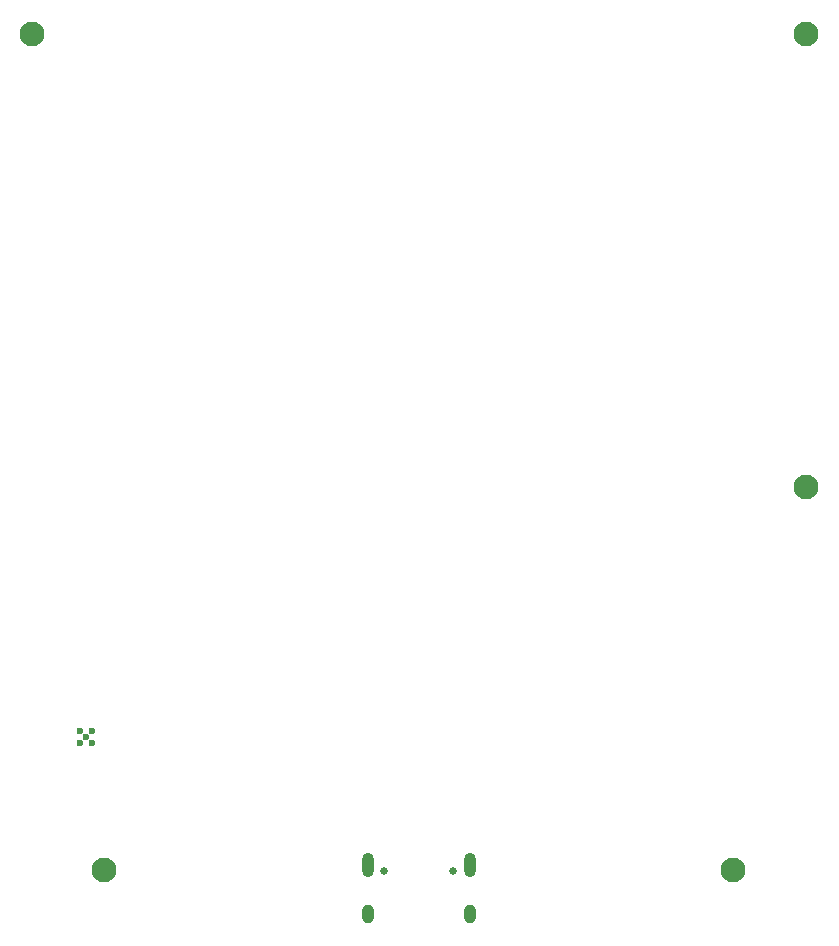
<source format=gbr>
%TF.GenerationSoftware,KiCad,Pcbnew,7.0.5*%
%TF.CreationDate,2023-12-05T08:46:21-08:00*%
%TF.ProjectId,EV10 Board Design,45563130-2042-46f6-9172-642044657369,EV9*%
%TF.SameCoordinates,Original*%
%TF.FileFunction,Soldermask,Bot*%
%TF.FilePolarity,Negative*%
%FSLAX46Y46*%
G04 Gerber Fmt 4.6, Leading zero omitted, Abs format (unit mm)*
G04 Created by KiCad (PCBNEW 7.0.5) date 2023-12-05 08:46:21*
%MOMM*%
%LPD*%
G01*
G04 APERTURE LIST*
%ADD10C,2.100000*%
%ADD11C,0.650000*%
%ADD12O,1.000000X2.100000*%
%ADD13O,1.000000X1.600000*%
%ADD14C,0.600000*%
G04 APERTURE END LIST*
D10*
%TO.C,REF\u002A\u002A*%
X176937500Y-140345000D03*
%TD*%
%TO.C,REF\u002A\u002A*%
X183087500Y-107925000D03*
%TD*%
%TO.C,REF\u002A\u002A*%
X117587500Y-69625000D03*
%TD*%
%TO.C,REF\u002A\u002A*%
X183120000Y-69625000D03*
%TD*%
%TO.C,REF\u002A\u002A*%
X123637500Y-140345000D03*
%TD*%
D11*
%TO.C,J9*%
X147397500Y-140446000D03*
X153177500Y-140446000D03*
D12*
X145967500Y-139916000D03*
D13*
X145967500Y-144096000D03*
D12*
X154607500Y-139916000D03*
D13*
X154607500Y-144096000D03*
%TD*%
D14*
%TO.C,U7*%
X121640000Y-129610000D03*
X122640000Y-129610000D03*
X122140000Y-129110000D03*
X121640000Y-128610000D03*
X122640000Y-128610000D03*
%TD*%
M02*

</source>
